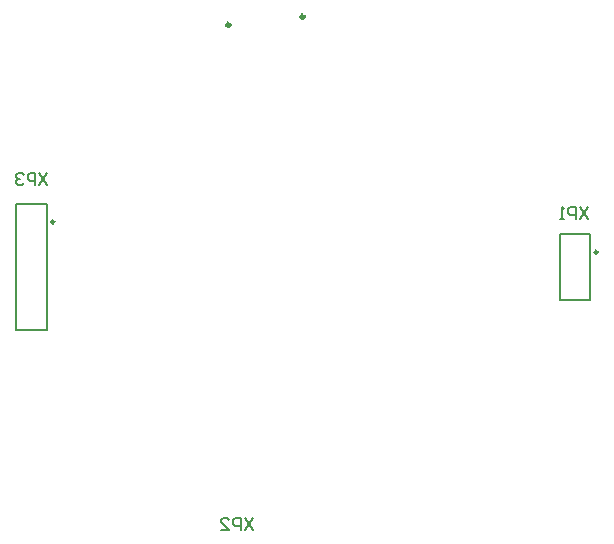
<source format=gbo>
G04*
G04 #@! TF.GenerationSoftware,Altium Limited,Altium Designer,24.6.1 (21)*
G04*
G04 Layer_Color=16776960*
%FSLAX44Y44*%
%MOMM*%
G71*
G04*
G04 #@! TF.SameCoordinates,DCCD09C7-AE2F-4119-A4D7-6B23A12155F5*
G04*
G04*
G04 #@! TF.FilePolarity,Positive*
G04*
G01*
G75*
%ADD10C,0.2540*%
%ADD11C,0.2000*%
%ADD13C,0.3000*%
D10*
X249250Y12700D02*
G03*
X249250Y12700I-1250J0D01*
G01*
X-210750Y38300D02*
G03*
X-210750Y38300I-1250J0D01*
G01*
D11*
X242750Y-28050D02*
Y28200D01*
X217500Y-28050D02*
X242750D01*
X217500D02*
Y28200D01*
X242750D01*
X-242750Y53550D02*
X-217250D01*
Y-52950D02*
Y53550D01*
X-242750Y-52950D02*
Y53550D01*
Y-52950D02*
X-217250D01*
X-42671Y-212502D02*
X-49335Y-222498D01*
Y-212502D02*
X-42671Y-222498D01*
X-52668D02*
Y-212502D01*
X-57666D01*
X-59332Y-214168D01*
Y-217500D01*
X-57666Y-219166D01*
X-52668D01*
X-69329Y-222498D02*
X-62664D01*
X-69329Y-215834D01*
Y-214168D01*
X-67663Y-212502D01*
X-64331D01*
X-62664Y-214168D01*
X-216671Y79498D02*
X-223335Y69502D01*
Y79498D02*
X-216671Y69502D01*
X-226668D02*
Y79498D01*
X-231666D01*
X-233332Y77832D01*
Y74500D01*
X-231666Y72834D01*
X-226668D01*
X-236665Y77832D02*
X-238331Y79498D01*
X-241663D01*
X-243329Y77832D01*
Y76166D01*
X-241663Y74500D01*
X-239997D01*
X-241663D01*
X-243329Y72834D01*
Y71168D01*
X-241663Y69502D01*
X-238331D01*
X-236665Y71168D01*
X241163Y50498D02*
X234498Y40502D01*
Y50498D02*
X241163Y40502D01*
X231166D02*
Y50498D01*
X226168D01*
X224502Y48832D01*
Y45500D01*
X226168Y43834D01*
X231166D01*
X221169Y40502D02*
X217837D01*
X219503D01*
Y50498D01*
X221169Y48832D01*
D13*
X1000Y212000D02*
G03*
X1000Y212000I-1500J0D01*
G01*
X-62000Y205000D02*
G03*
X-62000Y205000I-1500J0D01*
G01*
M02*

</source>
